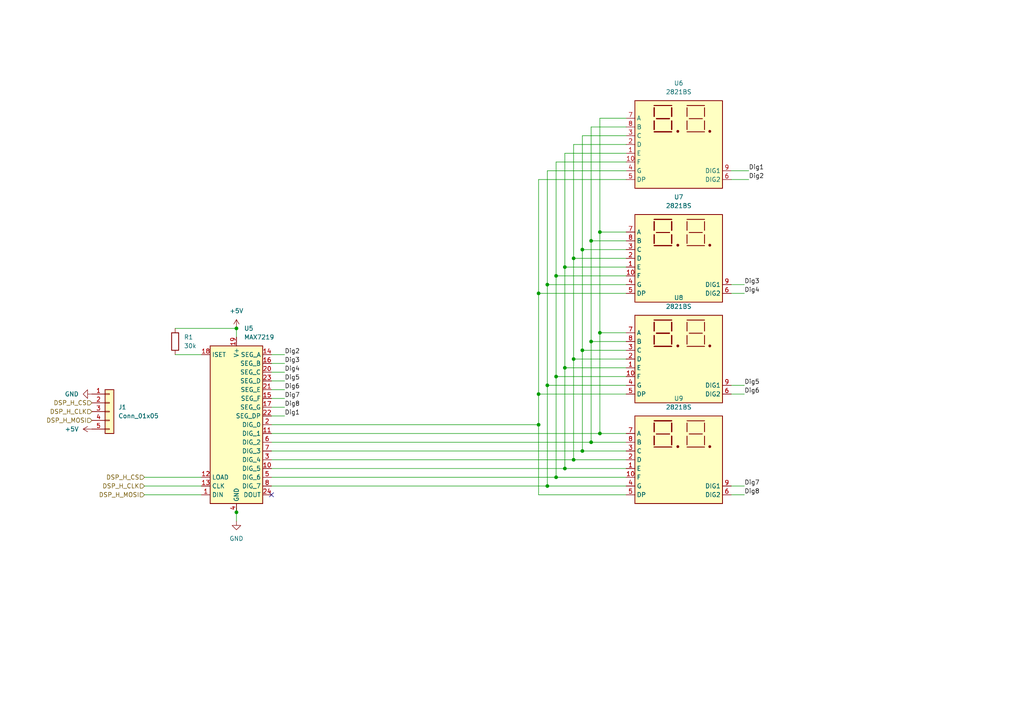
<source format=kicad_sch>
(kicad_sch (version 20230121) (generator eeschema)
  (paper "A4")
  (lib_symbols
    (symbol "Connector_Generic:Conn_01x05" (pin_names (offset 1.016) hide)
      (property "Reference" "J" (at 0 7.62 0))
      (property "Value" "Conn_01x05" (at 0 -7.62 0))
      (symbol "Conn_01x05_1_1"
        (rectangle (start -1.27 -4.953) (end 0 -5.207) (stroke (width 0.1524)))
        (rectangle (start -1.27 -2.413) (end 0 -2.667) (stroke (width 0.1524)))
        (rectangle (start -1.27 0.127) (end 0 -0.127) (stroke (width 0.1524)))
        (rectangle (start -1.27 2.667) (end 0 2.413) (stroke (width 0.1524)))
        (rectangle (start -1.27 5.207) (end 0 4.953) (stroke (width 0.1524)))
        (rectangle (start -1.27 6.35) (end 1.27 -6.35) (stroke (width 0.254)) (fill (type background)))
        (pin passive line (at -5.08 5.08 0) (length 3.81) (name "Pin_1") (number "1"))
        (pin passive line (at -5.08 2.54 0) (length 3.81) (name "Pin_2") (number "2"))
        (pin passive line (at -5.08 0 0) (length 3.81) (name "Pin_3") (number "3"))
        (pin passive line (at -5.08 -2.54 0) (length 3.81) (name "Pin_4") (number "4"))
        (pin passive line (at -5.08 -5.08 0) (length 3.81) (name "Pin_5") (number "5"))
      )
    )
    (symbol "Device:R" (pin_numbers hide) (pin_names (offset 0))
      (property "Reference" "R" (at 2.032 0 90))
      (property "Value" "R" (at 0 0 90))
      (symbol "R_0_1"
        (rectangle (start -1.016 -2.54) (end 1.016 2.54) (stroke (width 0.254)))
      )
      (symbol "R_1_1"
        (pin passive line (at 0 3.81 270) (length 1.27) (name "~") (number "1"))
        (pin passive line (at 0 -3.81 90) (length 1.27) (name "~") (number "2"))
      )
    )
    (symbol "Driver_LED:MAX7219"
      (property "Reference" "U" (at -6.35 24.13 0))
      (property "Value" "MAX7219" (at 1.27 25.4 0))
      (symbol "MAX7219_0_1"
        (rectangle (start -7.62 22.86) (end 7.62 -22.86) (stroke (width 0.254)) (fill (type background)))
      )
      (symbol "MAX7219_1_1"
        (pin input line (at -10.16 -20.32 0) (length 2.54) (name "DIN") (number "1"))
        (pin output line (at 10.16 -12.7 180) (length 2.54) (name "DIG_5") (number "10"))
        (pin output line (at 10.16 -2.54 180) (length 2.54) (name "DIG_1") (number "11"))
        (pin input line (at -10.16 -15.24 0) (length 2.54) (name "LOAD") (number "12"))
        (pin input line (at -10.16 -17.78 0) (length 2.54) (name "CLK") (number "13"))
        (pin output line (at 10.16 20.32 180) (length 2.54) (name "SEG_A") (number "14"))
        (pin output line (at 10.16 7.62 180) (length 2.54) (name "SEG_F") (number "15"))
        (pin output line (at 10.16 17.78 180) (length 2.54) (name "SEG_B") (number "16"))
        (pin output line (at 10.16 5.08 180) (length 2.54) (name "SEG_G") (number "17"))
        (pin input line (at -10.16 20.32 0) (length 2.54) (name "ISET") (number "18"))
        (pin power_in line (at 0 25.4 270) (length 2.54) (name "V+") (number "19"))
        (pin output line (at 10.16 0 180) (length 2.54) (name "DIG_0") (number "2"))
        (pin output line (at 10.16 15.24 180) (length 2.54) (name "SEG_C") (number "20"))
        (pin output line (at 10.16 10.16 180) (length 2.54) (name "SEG_E") (number "21"))
        (pin output line (at 10.16 2.54 180) (length 2.54) (name "SEG_DP") (number "22"))
        (pin output line (at 10.16 12.7 180) (length 2.54) (name "SEG_D") (number "23"))
        (pin output line (at 10.16 -20.32 180) (length 2.54) (name "DOUT") (number "24"))
        (pin output line (at 10.16 -10.16 180) (length 2.54) (name "DIG_4") (number "3"))
        (pin power_in line (at 0 -25.4 90) (length 2.54) (name "GND") (number "4"))
        (pin output line (at 10.16 -15.24 180) (length 2.54) (name "DIG_6") (number "5"))
        (pin output line (at 10.16 -5.08 180) (length 2.54) (name "DIG_2") (number "6"))
        (pin output line (at 10.16 -7.62 180) (length 2.54) (name "DIG_3") (number "7"))
        (pin output line (at 10.16 -17.78 180) (length 2.54) (name "DIG_7") (number "8"))
        (pin passive line (at 0 -25.4 90) (length 2.54) hide (name "GND") (number "9"))
      )
    )
    (symbol "HDSM-541B_1"
      (property "Reference" "U9" (at 0 17.78 0))
      (property "Value" "HDSM-541B" (at 0 15.24 0))
      (symbol "HDSM-541B_1_0_1"
        (rectangle (start -12.7 12.7) (end 12.7 -12.7) (stroke (width 0.254)) (fill (type background)))
        (circle (center -0.254 3.81) (radius 0.2794) (stroke (width 0.254)) (fill (type outline)))
        (polyline (pts (xy -7.112 3.683) (xy -2.032 3.683)) (stroke (width 0.254)))
        (polyline (pts (xy -7.112 3.683) (xy -2.032 3.683)) (stroke (width 0.254)))
        (polyline (pts (xy -7.112 3.683) (xy -2.032 3.683)) (stroke (width 0.254)))
        (polyline (pts (xy -7.112 3.683) (xy -2.032 3.683)) (stroke (width 0.254)))
        (polyline (pts (xy -7.112 4.318) (xy -7.112 6.858)) (stroke (width 0.254)))
        (polyline (pts (xy -7.112 4.318) (xy -7.112 6.858)) (stroke (width 0.254)))
        (polyline (pts (xy -7.112 4.318) (xy -7.112 6.858)) (stroke (width 0.254)))
        (polyline (pts (xy -7.112 4.318) (xy -7.112 6.858)) (stroke (width 0.254)))
        (polyline (pts (xy -7.112 8.128) (xy -7.112 10.668)) (stroke (width 0.254)))
        (polyline (pts (xy -7.112 8.128) (xy -7.112 10.668)) (stroke (width 0.254)))
        (polyline (pts (xy -7.112 8.128) (xy -7.112 10.668)) (stroke (width 0.254)))
        (polyline (pts (xy -7.112 8.128) (xy -7.112 10.668)) (stroke (width 0.254)))
        (polyline (pts (xy -7.112 11.303) (xy -2.032 11.303)) (stroke (width 0.254)))
        (polyline (pts (xy -7.112 11.303) (xy -2.032 11.303)) (stroke (width 0.254)))
        (polyline (pts (xy -7.112 11.303) (xy -2.032 11.303)) (stroke (width 0.254)))
        (polyline (pts (xy -7.112 11.303) (xy -2.032 11.303)) (stroke (width 0.254)))
        (polyline (pts (xy -6.477 7.493) (xy -2.667 7.493)) (stroke (width 0.254)))
        (polyline (pts (xy -6.477 7.493) (xy -2.667 7.493)) (stroke (width 0.254)))
        (polyline (pts (xy -6.477 7.493) (xy -2.667 7.493)) (stroke (width 0.254)))
        (polyline (pts (xy -6.477 7.493) (xy -2.667 7.493)) (stroke (width 0.254)))
        (polyline (pts (xy -2.032 4.318) (xy -2.032 6.858)) (stroke (width 0.254)))
        (polyline (pts (xy -2.032 4.318) (xy -2.032 6.858)) (stroke (width 0.254)))
        (polyline (pts (xy -2.032 4.318) (xy -2.032 6.858)) (stroke (width 0.254)))
        (polyline (pts (xy -2.032 4.318) (xy -2.032 6.858)) (stroke (width 0.254)))
        (polyline (pts (xy -2.032 10.668) (xy -2.032 8.128)) (stroke (width 0.254)))
        (polyline (pts (xy -2.032 10.668) (xy -2.032 8.128)) (stroke (width 0.254)))
        (polyline (pts (xy -2.032 10.668) (xy -2.032 8.128)) (stroke (width 0.254)))
        (polyline (pts (xy -2.032 10.668) (xy -2.032 8.128)) (stroke (width 0.254)))
        (polyline (pts (xy 2.413 3.683) (xy 7.493 3.683)) (stroke (width 0.254)))
        (polyline (pts (xy 2.413 4.318) (xy 2.413 6.858)) (stroke (width 0.254)))
        (polyline (pts (xy 2.413 8.128) (xy 2.413 10.668)) (stroke (width 0.254)))
        (polyline (pts (xy 2.413 11.303) (xy 7.493 11.303)) (stroke (width 0.254)))
        (polyline (pts (xy 3.048 7.493) (xy 6.858 7.493)) (stroke (width 0.254)))
        (polyline (pts (xy 7.493 4.318) (xy 7.493 6.858)) (stroke (width 0.254)))
        (polyline (pts (xy 7.493 8.128) (xy 7.493 10.668)) (stroke (width 0.254)))
        (circle (center 9.017 3.81) (radius 0.2794) (stroke (width 0.254)) (fill (type outline)))
      )
      (symbol "HDSM-541B_1_1_1"
        (pin input line (at -15.24 -2.54 0) (length 2.54) (name "E") (number "1"))
        (pin input line (at -15.24 -5.08 0) (length 2.54) (name "F") (number "10"))
        (pin input line (at -15.24 0 0) (length 2.54) (name "D") (number "2"))
        (pin input line (at -15.24 2.54 0) (length 2.54) (name "C") (number "3"))
        (pin input line (at -15.24 -7.62 0) (length 2.54) (name "G") (number "4"))
        (pin input line (at -15.24 -10.16 0) (length 2.54) (name "DP") (number "5"))
        (pin input line (at 15.24 -10.16 180) (length 2.54) (name "DIG2") (number "6"))
        (pin input line (at -15.24 7.62 0) (length 2.54) (name "A") (number "7"))
        (pin input line (at -15.24 5.08 0) (length 2.54) (name "B") (number "8"))
        (pin input line (at 15.24 -7.62 180) (length 2.54) (name "DIG1") (number "9"))
      )
    )
    (symbol "power:+5V" (power) (pin_names (offset 0))
      (property "Value" "+5V" (at 0 3.556 0))
      (symbol "+5V_0_1"
        (polyline (pts (xy -0.762 1.27) (xy 0 2.54)))
        (polyline (pts (xy 0 0) (xy 0 2.54)))
        (polyline (pts (xy 0 2.54) (xy 0.762 1.27)))
      )
      (symbol "+5V_1_1"
        (pin power_in line (at 0 0 90) (length 0) hide (name "+5V") (number "1"))
      )
    )
    (symbol "power:GND" (power) (pin_names (offset 0))
      (property "Value" "GND" (at 0 -3.81 0))
      (symbol "GND_0_1"
        (polyline (pts (xy 0 0) (xy 0 -1.27) (xy 1.27 -1.27) (xy 0 -2.54) (xy -1.27 -1.27) (xy 0 -1.27)))
      )
      (symbol "GND_1_1"
        (pin power_in line (at 0 0 270) (length 0) hide (name "GND") (number "1"))
      )
    )
  )
  (junction (at 173.99 96.52))
  (junction (at 171.45 69.85))
  (junction (at 166.37 104.14))
  (junction (at 168.91 101.6))
  (junction (at 161.29 138.43))
  (junction (at 173.99 125.73))
  (junction (at 163.83 106.68))
  (junction (at 161.29 80.01))
  (junction (at 68.58 148.59))
  (junction (at 166.37 133.35))
  (junction (at 158.75 140.97))
  (junction (at 173.99 67.31))
  (junction (at 68.58 95.25))
  (junction (at 156.21 123.19))
  (junction (at 161.29 109.22))
  (junction (at 163.83 77.47))
  (junction (at 168.91 72.39))
  (junction (at 166.37 74.93))
  (junction (at 156.21 85.09))
  (junction (at 163.83 135.89))
  (junction (at 158.75 82.55))
  (junction (at 158.75 111.76))
  (junction (at 171.45 99.06))
  (junction (at 171.45 128.27))
  (junction (at 156.21 114.3))
  (junction (at 168.91 130.81))
  (no_connect (at 78.74 143.51))
  (wire (pts (xy 166.37 104.14) (xy 166.37 133.35)))
  (wire (pts (xy 166.37 104.14) (xy 181.61 104.14)))
  (wire (pts (xy 181.61 49.53) (xy 158.75 49.53)))
  (wire (pts (xy 78.74 115.57) (xy 82.55 115.57)))
  (wire (pts (xy 163.83 77.47) (xy 181.61 77.47)))
  (wire (pts (xy 156.21 114.3) (xy 181.61 114.3)))
  (wire (pts (xy 173.99 96.52) (xy 181.61 96.52)))
  (wire (pts (xy 212.09 82.55) (xy 215.9 82.55)))
  (wire (pts (xy 166.37 41.91) (xy 166.37 74.93)))
  (wire (pts (xy 181.61 39.37) (xy 168.91 39.37)))
  (wire (pts (xy 78.74 120.65) (xy 82.55 120.65)))
  (wire (pts (xy 156.21 85.09) (xy 156.21 52.07)))
  (wire (pts (xy 163.83 106.68) (xy 181.61 106.68)))
  (wire (pts (xy 50.8 95.25) (xy 68.58 95.25)))
  (wire (pts (xy 78.74 133.35) (xy 166.37 133.35)))
  (wire (pts (xy 161.29 138.43) (xy 181.61 138.43)))
  (wire (pts (xy 212.09 114.3) (xy 215.9 114.3)))
  (wire (pts (xy 168.91 130.81) (xy 181.61 130.81)))
  (wire (pts (xy 41.91 140.97) (xy 58.42 140.97)))
  (wire (pts (xy 78.74 140.97) (xy 158.75 140.97)))
  (wire (pts (xy 78.74 135.89) (xy 163.83 135.89)))
  (wire (pts (xy 212.09 143.51) (xy 215.9 143.51)))
  (wire (pts (xy 161.29 80.01) (xy 161.29 109.22)))
  (wire (pts (xy 168.91 72.39) (xy 168.91 101.6)))
  (wire (pts (xy 212.09 85.09) (xy 215.9 85.09)))
  (wire (pts (xy 163.83 44.45) (xy 163.83 77.47)))
  (wire (pts (xy 181.61 143.51) (xy 156.21 143.51)))
  (wire (pts (xy 68.58 95.25) (xy 68.58 97.79)))
  (wire (pts (xy 78.74 102.87) (xy 82.55 102.87)))
  (wire (pts (xy 181.61 44.45) (xy 163.83 44.45)))
  (wire (pts (xy 161.29 109.22) (xy 181.61 109.22)))
  (wire (pts (xy 161.29 46.99) (xy 161.29 80.01)))
  (wire (pts (xy 158.75 82.55) (xy 181.61 82.55)))
  (wire (pts (xy 158.75 82.55) (xy 158.75 111.76)))
  (wire (pts (xy 181.61 34.29) (xy 173.99 34.29)))
  (wire (pts (xy 212.09 52.07) (xy 217.17 52.07)))
  (wire (pts (xy 166.37 74.93) (xy 166.37 104.14)))
  (wire (pts (xy 173.99 96.52) (xy 173.99 125.73)))
  (wire (pts (xy 78.74 107.95) (xy 82.55 107.95)))
  (wire (pts (xy 161.29 109.22) (xy 161.29 138.43)))
  (wire (pts (xy 68.58 148.59) (xy 68.58 151.13)))
  (wire (pts (xy 173.99 67.31) (xy 181.61 67.31)))
  (wire (pts (xy 78.74 138.43) (xy 161.29 138.43)))
  (wire (pts (xy 171.45 36.83) (xy 171.45 69.85)))
  (wire (pts (xy 168.91 101.6) (xy 181.61 101.6)))
  (wire (pts (xy 171.45 69.85) (xy 181.61 69.85)))
  (wire (pts (xy 158.75 49.53) (xy 158.75 82.55)))
  (wire (pts (xy 78.74 110.49) (xy 82.55 110.49)))
  (wire (pts (xy 78.74 118.11) (xy 82.55 118.11)))
  (wire (pts (xy 156.21 85.09) (xy 181.61 85.09)))
  (wire (pts (xy 161.29 80.01) (xy 181.61 80.01)))
  (wire (pts (xy 156.21 52.07) (xy 181.61 52.07)))
  (wire (pts (xy 50.8 102.87) (xy 58.42 102.87)))
  (wire (pts (xy 163.83 135.89) (xy 181.61 135.89)))
  (wire (pts (xy 158.75 140.97) (xy 181.61 140.97)))
  (wire (pts (xy 78.74 123.19) (xy 156.21 123.19)))
  (wire (pts (xy 173.99 67.31) (xy 173.99 96.52)))
  (wire (pts (xy 168.91 101.6) (xy 168.91 130.81)))
  (wire (pts (xy 41.91 138.43) (xy 58.42 138.43)))
  (wire (pts (xy 156.21 123.19) (xy 156.21 114.3)))
  (wire (pts (xy 171.45 69.85) (xy 171.45 99.06)))
  (wire (pts (xy 212.09 49.53) (xy 217.17 49.53)))
  (wire (pts (xy 166.37 133.35) (xy 181.61 133.35)))
  (wire (pts (xy 68.58 148.59) (xy 68.58 147.32)))
  (wire (pts (xy 173.99 125.73) (xy 181.61 125.73)))
  (wire (pts (xy 163.83 77.47) (xy 163.83 106.68)))
  (wire (pts (xy 181.61 46.99) (xy 161.29 46.99)))
  (wire (pts (xy 163.83 106.68) (xy 163.83 135.89)))
  (wire (pts (xy 181.61 99.06) (xy 171.45 99.06)))
  (wire (pts (xy 41.91 143.51) (xy 58.42 143.51)))
  (wire (pts (xy 156.21 143.51) (xy 156.21 123.19)))
  (wire (pts (xy 168.91 39.37) (xy 168.91 72.39)))
  (wire (pts (xy 158.75 111.76) (xy 158.75 140.97)))
  (wire (pts (xy 212.09 111.76) (xy 215.9 111.76)))
  (wire (pts (xy 168.91 72.39) (xy 181.61 72.39)))
  (wire (pts (xy 212.09 140.97) (xy 215.9 140.97)))
  (wire (pts (xy 173.99 34.29) (xy 173.99 67.31)))
  (wire (pts (xy 158.75 111.76) (xy 181.61 111.76)))
  (wire (pts (xy 166.37 74.93) (xy 181.61 74.93)))
  (wire (pts (xy 78.74 130.81) (xy 168.91 130.81)))
  (wire (pts (xy 78.74 128.27) (xy 171.45 128.27)))
  (wire (pts (xy 171.45 128.27) (xy 181.61 128.27)))
  (wire (pts (xy 156.21 114.3) (xy 156.21 85.09)))
  (wire (pts (xy 78.74 113.03) (xy 82.55 113.03)))
  (wire (pts (xy 181.61 36.83) (xy 171.45 36.83)))
  (wire (pts (xy 181.61 41.91) (xy 166.37 41.91)))
  (wire (pts (xy 171.45 99.06) (xy 171.45 128.27)))
  (wire (pts (xy 78.74 105.41) (xy 82.55 105.41)))
  (wire (pts (xy 78.74 125.73) (xy 173.99 125.73)))
  (label "Dig8" (at 82.55 118.11 0))
  (label "Dig8" (at 215.9 143.51 0))
  (label "Dig4" (at 82.55 107.95 0))
  (label "Dig6" (at 215.9 114.3 0))
  (label "Dig3" (at 215.9 82.55 0))
  (label "Dig5" (at 82.55 110.49 0))
  (label "Dig2" (at 217.17 52.07 0))
  (label "Dig4" (at 215.9 85.09 0))
  (label "Dig2" (at 82.55 102.87 0))
  (label "Dig6" (at 82.55 113.03 0))
  (label "Dig7" (at 82.55 115.57 0))
  (label "Dig1" (at 82.55 120.65 0))
  (label "Dig3" (at 82.55 105.41 0))
  (label "Dig5" (at 215.9 111.76 0))
  (label "Dig1" (at 217.17 49.53 0))
  (label "Dig7" (at 215.9 140.97 0))
  (hierarchical_label "DSP_H_CS" (shape input) (at 26.67 116.84 180))
  (hierarchical_label "DSP_H_MOSI" (shape input) (at 26.67 121.92 180))
  (hierarchical_label "DSP_H_CLK" (shape input) (at 26.67 119.38 180))
  (hierarchical_label "DSP_H_CLK" (shape input) (at 41.91 140.97 180))
  (hierarchical_label "DSP_H_MOSI" (shape input) (at 41.91 143.51 180))
  (hierarchical_label "DSP_H_CS" (shape input) (at 41.91 138.43 180))
  (symbol (lib_id "power:GND") (at 26.67 114.3 270) (unit 1)
    (property "Reference" "#PWR018" (effects hide))
    (property "Value" "GND" (at 22.86 114.3 90) (effects (justify right)))
  )
  (symbol (lib_id "power:+5V") (at 68.58 95.25 0) (unit 1)
    (property "Reference" "#PWR015" (effects hide))
    (property "Value" "+5V" (at 68.58 90.17 0))
  )
  (symbol (lib_id "power:GND") (at 68.58 151.13 0) (unit 1)
    (property "Reference" "#PWR016" (effects hide))
    (property "Value" "GND" (at 68.58 156.21 0))
  )
  (symbol (lib_id "Device:R") (at 50.8 99.06 0) (unit 1)
    (property "Reference" "R1" (at 53.34 97.79 0) (effects (justify left)))
    (property "Value" "30k" (at 53.34 100.33 0) (effects (justify left)))
    (property "Footprint" "Resistor_THT:R_Axial_DIN0207_L6.3mm_D2.5mm_P10.16mm_Horizontal" (effects hide))
  )
  (symbol (lib_id "Driver_LED:MAX7219") (at 68.58 123.19 0) (unit 1)
    (property "Reference" "U5" (at 70.7741 95.25 0) (effects (justify left)))
    (property "Value" "MAX7219" (at 70.7741 97.79 0) (effects (justify left)))
    (property "Footprint" "Package_DIP:DIP-24_W7.62mm" (effects hide))
    (property "Datasheet" "https://datasheets.maximintegrated.com/en/ds/MAX7219-MAX7221.pdf" (effects hide))
  )
  (symbol (lib_id "power:+5V") (at 26.67 124.46 90) (unit 1)
    (property "Reference" "#PWR017" (effects hide))
    (property "Value" "+5V" (at 22.86 124.46 90) (effects (justify left)))
  )
  (symbol (lib_name "HDSM-541B_1") (lib_id "Display_Character:HDSM-541B") (at 196.85 104.14 0) (unit 1)
    (property "Reference" "U8" (at 196.85 86.36 0))
    (property "Value" "2821BS" (at 196.85 88.9 0))
    (property "Footprint" "Library:2821BS" (effects hide))
  )
  (symbol (lib_id "Connector_Generic:Conn_01x05") (at 31.75 119.38 0) (unit 1)
    (property "Reference" "J1" (at 34.29 118.11 0) (effects (justify left)))
    (property "Value" "Conn_01x05" (at 34.29 120.65 0) (effects (justify left)))
    (property "Footprint" "Connector_PinHeader_2.54mm:PinHeader_1x05_P2.54mm_Horizontal" (effects hide))
  )
  (symbol (lib_name "HDSM-541B_1") (lib_id "Display_Character:HDSM-541B") (at 196.85 74.93 0) (unit 1)
    (property "Reference" "U7" (at 196.85 57.15 0))
    (property "Value" "2821BS" (at 196.85 59.69 0))
    (property "Footprint" "Library:2821BS" (effects hide))
  )
  (symbol (lib_name "HDSM-541B_1") (lib_id "Display_Character:HDSM-541B") (at 196.85 133.35 0) (unit 1)
    (property "Reference" "U9" (at 196.85 115.57 0))
    (property "Value" "2821BS" (at 196.85 118.11 0))
    (property "Footprint" "Library:2821BS" (effects hide))
  )
  (symbol (lib_name "HDSM-541B_1") (lib_id "Display_Character:HDSM-541B") (at 196.85 41.91 0) (unit 1)
    (property "Reference" "U6" (at 196.85 24.13 0))
    (property "Value" "2821BS" (at 196.85 26.67 0))
    (property "Footprint" "Library:2821BS" (effects hide))
  )
)
</source>
